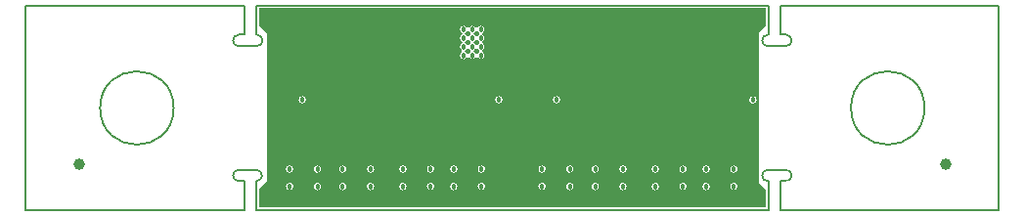
<source format=gbr>
G04 CAM350/DFMSTREAM V12.2 (Build 1155) Date:  Thu Aug 08 15:54:00 2019 *
G04 Database: C:\Users\ptome\Documents\Data - Open Quotes\PURDUE UNIVERSITY\CPC_MOCKUP_HDI_1X2_V2 REV 2.00\CPC_MOCKUP_HDI_1X2_V2 REV 2.00.cam *
G04 Layer 4: L2 *
%FSLAX44Y44*%
%MOIN*%
%SFA1.000B1.000*%

%MIA0B0*%
%IPPOS*%
%ADD10C,0.03937*%
%ADD21C,0.01800*%
%ADD23C,0.00500*%
%LNL2*%
%LPD*%
G36*
X7992Y98D02*
G01Y728D01*
X8228Y965*
Y6043*
X7992Y6280*
Y6890*
X25256*
Y6299*
X25000Y6043*
Y945*
X25256Y689*
Y98*
X7992*
G37*
%LPC*%
G36*
X9006Y1269D02*
G75*
G03X9145Y1398I10J129D01*
X9026Y1527I-129J0*
X8886Y1398I-11J-129*
X9006Y1269I129J0*
G37*
G36*
X9439Y3631D02*
G03X9578Y3760I10J129D01*
X9459Y3889I-129J0*
X9319Y3760I-11J-129*
X9439Y3631I129J0*
G37*
G36*
X9951Y678D02*
G03X10090Y807I10J129D01*
X9971Y936I-129J0*
X9831Y807I-11J-129*
X9951Y678I129J0*
G37*
G36*
Y1269D02*
G03X10090Y1398I10J129D01*
X9971Y1527I-129J0*
X9831Y1398I-11J-129*
X9951Y1269I129J0*
G37*
G36*
X10817Y678D02*
G03X10956Y807I10J129D01*
X10837Y936I-129J0*
X10697Y807I-11J-129*
X10817Y678I129J0*
G37*
G36*
Y1269D02*
G03X10956Y1398I10J129D01*
X10837Y1527I-129J0*
X10697Y1398I-11J-129*
X10817Y1269I129J0*
G37*
G36*
X11762Y678D02*
G03X11901Y807I10J129D01*
X11782Y936I-129J0*
X11642Y807I-11J-129*
X11762Y678I129J0*
G37*
G36*
Y1269D02*
G03X11901Y1398I10J129D01*
X11782Y1527I-129J0*
X11642Y1398I-11J-129*
X11762Y1269I129J0*
G37*
G36*
X12864Y678D02*
G03X13003Y807I10J129D01*
X12884Y936I-129J0*
X12745Y807I-10J-129*
X12864Y678I129J0*
G37*
G36*
Y1269D02*
G03X13003Y1398I10J129D01*
X12884Y1527I-129J0*
X12745Y1398I-10J-129*
X12864Y1269I129J0*
G37*
G36*
X13809Y678D02*
G03X13948Y807I10J129D01*
X13829Y936I-129J0*
X13689Y807I-11J-129*
X13809Y678I129J0*
G37*
G36*
Y1269D02*
G03X13948Y1398I10J129D01*
X13829Y1527I-129J0*
X13689Y1398I-11J-129*
X13809Y1269I129J0*
G37*
G36*
X14596Y678D02*
G03X14736Y807I11J129D01*
X14616Y936I-129J0*
X14477Y807I-10J-129*
X14596Y678I129J0*
G37*
G36*
Y1269D02*
G03X14736Y1398I11J129D01*
X14616Y1527I-129J0*
X14477Y1398I-10J-129*
X14596Y1269I129J0*
G37*
G36*
X14850Y5183D02*
G03X15054Y5212I91J92D01*
G02X15123I35J-20*
G03X15349I113J63*
G02X15419I35J-19*
G03X15624Y5185I113J64*
X15661Y5276I-92J91*
X15595Y5388I-129J-1*
G02X15575Y5423I20J35*
X15595Y5458I40J0*
G03X15661Y5571I-63J113*
X15595Y5684I-129J0*
G02X15575Y5719I20J35*
X15595Y5753I40J-1*
G03X15661Y5866I-63J113*
X15595Y5979I-129J0*
G02X15575Y6014I20J35*
X15595Y6049I40J0*
G03X15661Y6161I-63J113*
X15622Y6254I-129J0*
X15419Y6225I-90J-93*
G02X15349I-35J19*
G03X15123I-113J-63*
G02X15054I-34J20*
G03X14848Y6252I-113J-63*
X14811Y6161I92J-91*
X14877Y6049I129J1*
G02X14898Y6014I-19J-35*
X14877Y5979I-40J0*
G03X14811Y5866I63J-113*
X14877Y5753I129J0*
G02X14898Y5719I-19J-35*
X14877Y5684I-40J0*
G03X14811Y5571I63J-113*
X14877Y5458I129J0*
G02X14898Y5423I-19J-35*
X14877Y5388I-40J0*
G03X14811Y5276I63J-113*
X14850Y5183I129J0*
G37*
G36*
X15541Y678D02*
G03X15681Y807I11J129D01*
X15561Y936I-129J0*
X15422Y807I-10J-129*
X15541Y678I129J0*
G37*
G36*
Y1269D02*
G03X15681Y1398I11J129D01*
X15561Y1527I-129J0*
X15422Y1398I-10J-129*
X15541Y1269I129J0*
G37*
G36*
X16132Y3631D02*
G03X16271Y3760I10J129D01*
X16152Y3889I-129J0*
X16012Y3760I-11J-129*
X16132Y3631I129J0*
G37*
G36*
X17608Y678D02*
G03X17748Y807I11J129D01*
X17628Y936I-129J0*
X17489Y807I-10J-129*
X17608Y678I129J0*
G37*
G36*
Y1269D02*
G03X17748Y1398I11J129D01*
X17628Y1527I-129J0*
X17489Y1398I-10J-129*
X17608Y1269I129J0*
G37*
G36*
X18100Y3631D02*
G03X18240Y3760I11J129D01*
X18120Y3889I-129J0*
X17981Y3760I-10J-129*
X18100Y3631I129J0*
G37*
G36*
X18553Y678D02*
G03X18692Y807I10J129D01*
X18573Y936I-129J0*
X18434Y807I-10J-129*
X18553Y678I129J0*
G37*
G36*
Y1269D02*
G03X18692Y1398I10J129D01*
X18573Y1527I-129J0*
X18434Y1398I-10J-129*
X18553Y1269I129J0*
G37*
G36*
X19419Y678D02*
G03X19559Y807I11J129D01*
X19439Y936I-129J0*
X19300Y807I-10J-129*
X19419Y678I129J0*
G37*
G36*
Y1269D02*
G03X19559Y1398I11J129D01*
X19439Y1527I-129J0*
X19300Y1398I-10J-129*
X19419Y1269I129J0*
G37*
G36*
X20364Y678D02*
G03X20503Y807I10J129D01*
X20384Y936I-129J0*
X20245Y807I-10J-129*
X20364Y678I129J0*
G37*
G36*
Y1269D02*
G03X20503Y1398I10J129D01*
X20384Y1527I-129J0*
X20245Y1398I-10J-129*
X20364Y1269I129J0*
G37*
G36*
X21466Y678D02*
G03X21606Y807I11J129D01*
X21486Y936I-129J0*
X21347Y807I-10J-129*
X21466Y678I129J0*
G37*
G36*
Y1269D02*
G03X21606Y1398I11J129D01*
X21486Y1527I-129J0*
X21347Y1398I-10J-129*
X21466Y1269I129J0*
G37*
G36*
X22411Y678D02*
G03X22551Y807I11J129D01*
X22431Y936I-129J0*
X22292Y807I-10J-129*
X22411Y678I129J0*
G37*
G36*
Y1269D02*
G03X22551Y1398I11J129D01*
X22431Y1527I-129J0*
X22292Y1398I-10J-129*
X22411Y1269I129J0*
G37*
G36*
X23199Y678D02*
G03X23338Y807I10J129D01*
X23219Y936I-129J0*
X23079Y807I-11J-129*
X23199Y678I129J0*
G37*
G36*
Y1269D02*
G03X23338Y1398I10J129D01*
X23219Y1527I-129J0*
X23079Y1398I-11J-129*
X23199Y1269I129J0*
G37*
G36*
X24143Y678D02*
G03X24283Y807I11J129D01*
X24164Y936I-129J0*
X24024Y807I-11J-129*
X24143Y678I129J0*
G37*
G36*
Y1269D02*
G03X24283Y1398I11J129D01*
X24164Y1527I-129J0*
X24024Y1398I-11J-129*
X24143Y1269I129J0*
G37*
G36*
X24793Y3631D02*
G03X24933Y3760I11J129D01*
X24813Y3889I-129J0*
X24674Y3760I-10J-129*
X24793Y3631I129J0*
G37*
G36*
X9006Y678D02*
G03X9145Y807I10J129D01*
X9026Y936I-129J0*
X8886Y807I-11J-129*
X9006Y678I129J0*
G37*
%LPD*%
G36*
X14984Y5719D02*
G02X15004Y5753I40J-1D01*
G03X15054Y5803I-63J113*
G02X15123I35J-20*
G03X15173Y5753I113J63*
G02X15193Y5719I-20J-35*
X15173Y5684I-40J0*
G03X15123Y5634I63J-113*
G02X15054I-34J20*
G03X15004Y5684I-113J-63*
G02X14984Y5719I20J35*
G37*
G36*
Y6014D02*
G02X15004Y6049I40J0D01*
G03X15054Y6098I-62J114*
G02X15123I35J-20*
G03X15173Y6049I112J65*
G02X15193Y6014I-20J-35*
X15173Y5979I-40J0*
G03X15123Y5930I62J-114*
G02X15054I-34J20*
G03X15004Y5979I-112J-65*
G02X14984Y6014I20J35*
G37*
G36*
X15279Y5423D02*
G02X15300Y5458I40J0D01*
G03X15349Y5507I-64J113*
G02X15419I35J-19*
G03X15468Y5458I113J64*
G02X15488Y5423I-20J-35*
X15468Y5388I-40J0*
G03X15419Y5339I64J-113*
G02X15349I-35J19*
G03X15300Y5388I-113J-64*
G02X15279Y5423I19J35*
G37*
G36*
Y5719D02*
G02X15300Y5753I40J-1D01*
G03X15349Y5803I-65J112*
G02X15419I35J-19*
G03X15468Y5753I114J62*
G02X15488Y5719I-20J-35*
X15468Y5684I-40J0*
G03X15419Y5634I65J-112*
G02X15349I-35J19*
G03X15300Y5684I-114J-62*
G02X15279Y5719I19J35*
G37*
G36*
Y6014D02*
G02X15300Y6049I40J0D01*
G03X15349Y6098I-64J113*
G02X15419I35J-19*
G03X15468Y6049I113J64*
G02X15488Y6014I-20J-35*
X15468Y5979I-40J0*
G03X15419Y5930I64J-113*
G02X15349I-35J19*
G03X15300Y5979I-113J-64*
G02X15279Y6014I19J35*
G37*
G36*
X14984Y5423D02*
G02X15004Y5458I40J0D01*
G03X15054Y5507I-62J114*
G02X15123I35J-20*
G03X15173Y5458I112J65*
G02X15193Y5423I-20J-35*
X15173Y5388I-40J0*
G03X15123Y5339I62J-114*
G02X15054I-34J20*
G03X15004Y5388I-112J-65*
G02X14984Y5423I20J35*
G37*
G54D10*
X1841Y1575D03*
X31368D03*
G54D21*
X9016Y807D03*
Y1398D03*
X9280Y1004D03*
Y807D03*
X9449Y3760D03*
X9488Y5571D03*
X9193D03*
X8898D03*
X9488Y5276D03*
X9193D03*
X8898D03*
X9193Y5866D03*
Y6161D03*
X9488D03*
X8898D03*
Y5866D03*
X9488D03*
X10827Y807D03*
Y1398D03*
X9961D03*
Y807D03*
X9673Y1004D03*
Y807D03*
X11772Y1398D03*
Y807D03*
X11091Y1004D03*
X11484D03*
Y807D03*
X11091D03*
X12874D03*
Y1398D03*
X13138Y1004D03*
X13531D03*
Y807D03*
X13138D03*
X14606D03*
Y1398D03*
X13819Y807D03*
Y1398D03*
X14870Y1004D03*
Y807D03*
X15551D03*
Y1398D03*
X15264Y1004D03*
Y807D03*
X16142Y3760D03*
X15531Y5276D03*
Y5571D03*
X15236D03*
X14941D03*
X15236Y5276D03*
X14941D03*
X15531Y5866D03*
Y6161D03*
X15236D03*
X14941D03*
Y5866D03*
X15236D03*
X17618Y807D03*
Y1398D03*
X18563D03*
Y807D03*
X17882D03*
X18276D03*
Y1004D03*
X17882D03*
X18110Y3760D03*
X19429Y807D03*
Y1398D03*
X19693Y807D03*
X20087D03*
Y1004D03*
X19693D03*
X20374Y1398D03*
Y807D03*
X21476D03*
Y1398D03*
X22421D03*
Y807D03*
X21740D03*
X22134D03*
Y1004D03*
X21740D03*
X23209Y807D03*
X24154D03*
Y1398D03*
X23209D03*
X23472Y1004D03*
Y807D03*
X23866D03*
Y1004D03*
X24803Y3760D03*
G54D23*
X0Y0D02*
G01X7480D01*
Y984*
X7283*
Y1378D02*
G03X7283Y984J-197D01*
Y1378D02*
G01X7894D01*
Y984D02*
G03X7894Y1378I-20J197D01*
Y984D02*
G01X7874D01*
Y0*
X25335*
Y984*
X25315*
Y1378D02*
G03X25315Y984J-197D01*
Y1378D02*
G01X25925D01*
Y984D02*
G03X25925Y1378J197D01*
Y984D02*
G01X25728D01*
Y0*
X33189*
Y6969*
X25728*
Y5984*
X25925*
Y5591D02*
G03X25925Y5984J197D01*
Y5591D02*
G01X25315D01*
Y5984D02*
G03X25315Y5591J-197D01*
Y5984D02*
G01X25335D01*
Y6969*
X7874*
Y5984*
X7894*
Y5591D02*
G03X7894Y5984J197D01*
Y5591D02*
G01X7283D01*
Y5984D02*
G03X7283Y5591J-197D01*
Y5984D02*
G01X7480D01*
Y6969*
X0*
Y0*
X5061Y3484D02*
G03X5061Y3484I-1252D01*
X30652D02*
G03X30652Y3484I-1252D01*
M02*

</source>
